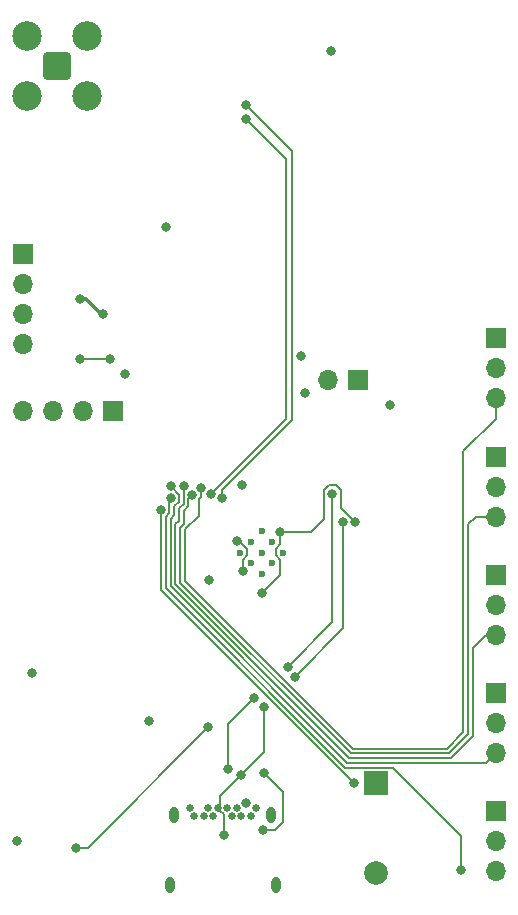
<source format=gbr>
%TF.GenerationSoftware,KiCad,Pcbnew,(6.0.7)*%
%TF.CreationDate,2022-09-28T03:26:44-04:00*%
%TF.ProjectId,picopilotv1,7069636f-7069-46c6-9f74-76312e6b6963,rev?*%
%TF.SameCoordinates,Original*%
%TF.FileFunction,Copper,L4,Bot*%
%TF.FilePolarity,Positive*%
%FSLAX46Y46*%
G04 Gerber Fmt 4.6, Leading zero omitted, Abs format (unit mm)*
G04 Created by KiCad (PCBNEW (6.0.7)) date 2022-09-28 03:26:44*
%MOMM*%
%LPD*%
G01*
G04 APERTURE LIST*
G04 Aperture macros list*
%AMRoundRect*
0 Rectangle with rounded corners*
0 $1 Rounding radius*
0 $2 $3 $4 $5 $6 $7 $8 $9 X,Y pos of 4 corners*
0 Add a 4 corners polygon primitive as box body*
4,1,4,$2,$3,$4,$5,$6,$7,$8,$9,$2,$3,0*
0 Add four circle primitives for the rounded corners*
1,1,$1+$1,$2,$3*
1,1,$1+$1,$4,$5*
1,1,$1+$1,$6,$7*
1,1,$1+$1,$8,$9*
0 Add four rect primitives between the rounded corners*
20,1,$1+$1,$2,$3,$4,$5,0*
20,1,$1+$1,$4,$5,$6,$7,0*
20,1,$1+$1,$6,$7,$8,$9,0*
20,1,$1+$1,$8,$9,$2,$3,0*%
G04 Aperture macros list end*
%TA.AperFunction,ComponentPad*%
%ADD10R,2.000000X2.000000*%
%TD*%
%TA.AperFunction,ComponentPad*%
%ADD11C,2.000000*%
%TD*%
%TA.AperFunction,ComponentPad*%
%ADD12C,2.500000*%
%TD*%
%TA.AperFunction,ComponentPad*%
%ADD13RoundRect,0.200100X-0.949900X-0.949900X0.949900X-0.949900X0.949900X0.949900X-0.949900X0.949900X0*%
%TD*%
%TA.AperFunction,ComponentPad*%
%ADD14R,1.700000X1.700000*%
%TD*%
%TA.AperFunction,ComponentPad*%
%ADD15O,1.700000X1.700000*%
%TD*%
%TA.AperFunction,ComponentPad*%
%ADD16C,0.650000*%
%TD*%
%TA.AperFunction,ComponentPad*%
%ADD17O,0.800000X1.400000*%
%TD*%
%TA.AperFunction,ComponentPad*%
%ADD18C,0.600000*%
%TD*%
%TA.AperFunction,ViaPad*%
%ADD19C,0.800000*%
%TD*%
%TA.AperFunction,Conductor*%
%ADD20C,0.200000*%
%TD*%
%TA.AperFunction,Conductor*%
%ADD21C,0.300000*%
%TD*%
G04 APERTURE END LIST*
D10*
%TO.P,BZ1,1,-*%
%TO.N,/GPIO11*%
X125700000Y-110800000D03*
D11*
%TO.P,BZ1,2,+*%
%TO.N,GND*%
X125700000Y-118400000D03*
%TD*%
D12*
%TO.P,J4,2,Ext*%
%TO.N,GND*%
X101240000Y-52640000D03*
X101240000Y-47560000D03*
X96160000Y-47560000D03*
X96160000Y-52640000D03*
D13*
%TO.P,J4,1,In*%
%TO.N,Net-(J4-Pad1)*%
X98700000Y-50100000D03*
%TD*%
D14*
%TO.P,J2,1,Pin_1*%
%TO.N,/~{USB_BOOT}*%
X124200000Y-76700000D03*
D15*
%TO.P,J2,2,Pin_2*%
%TO.N,GND*%
X121660000Y-76700000D03*
%TD*%
D14*
%TO.P,P5,1,Pin_1*%
%TO.N,GND*%
X135825000Y-113175000D03*
D15*
%TO.P,P5,2,Pin_2*%
%TO.N,+5V*%
X135825000Y-115715000D03*
%TO.P,P5,3,Pin_3*%
%TO.N,/GPIO10*%
X135825000Y-118255000D03*
%TD*%
D14*
%TO.P,P4,1,Pin_1*%
%TO.N,GND*%
X135825000Y-103175000D03*
D15*
%TO.P,P4,2,Pin_2*%
%TO.N,+5V*%
X135825000Y-105715000D03*
%TO.P,P4,3,Pin_3*%
%TO.N,/GPIO9*%
X135825000Y-108255000D03*
%TD*%
D14*
%TO.P,P2,1,Pin_1*%
%TO.N,GND*%
X135825000Y-83175000D03*
D15*
%TO.P,P2,2,Pin_2*%
%TO.N,+5V*%
X135825000Y-85715000D03*
%TO.P,P2,3,Pin_3*%
%TO.N,/GPIO7*%
X135825000Y-88255000D03*
%TD*%
D14*
%TO.P,P1,1,Pin_1*%
%TO.N,GND*%
X135825000Y-73175000D03*
D15*
%TO.P,P1,2,Pin_2*%
%TO.N,+5V*%
X135825000Y-75715000D03*
%TO.P,P1,3,Pin_3*%
%TO.N,/GPIO6*%
X135825000Y-78255000D03*
%TD*%
D14*
%TO.P,P3,1,Pin_1*%
%TO.N,GND*%
X135825000Y-93175000D03*
D15*
%TO.P,P3,2,Pin_2*%
%TO.N,+5V*%
X135825000Y-95715000D03*
%TO.P,P3,3,Pin_3*%
%TO.N,/GPIO8*%
X135825000Y-98255000D03*
%TD*%
D14*
%TO.P,J5,1,Pin_1*%
%TO.N,/GPIO0*%
X95825000Y-66000000D03*
D15*
%TO.P,J5,2,Pin_2*%
%TO.N,/GPIO1*%
X95825000Y-68540000D03*
%TO.P,J5,3,Pin_3*%
%TO.N,+3V3*%
X95825000Y-71080000D03*
%TO.P,J5,4,Pin_4*%
%TO.N,GND*%
X95825000Y-73620000D03*
%TD*%
D14*
%TO.P,J1,1,Pin_1*%
%TO.N,/GPIO12*%
X103400000Y-79325000D03*
D15*
%TO.P,J1,2,Pin_2*%
%TO.N,/GPIO13*%
X100860000Y-79325000D03*
%TO.P,J1,3,Pin_3*%
%TO.N,+5V*%
X98320000Y-79325000D03*
%TO.P,J1,4,Pin_4*%
%TO.N,GND*%
X95780000Y-79325000D03*
%TD*%
D16*
%TO.P,J3,B1,GND*%
%TO.N,GND*%
X115500000Y-112890000D03*
%TO.P,J3,B2*%
%TO.N,N/C*%
X115100000Y-113590000D03*
%TO.P,J3,B3*%
X114300000Y-113590000D03*
%TO.P,J3,B4,VBUS*%
%TO.N,VBUS*%
X113900000Y-112890000D03*
%TO.P,J3,B5,CC2*%
%TO.N,Net-(R14-Pad1)*%
X113500000Y-113590000D03*
%TO.P,J3,B6,D+*%
%TO.N,/USB_D+*%
X113100000Y-112890000D03*
%TO.P,J3,B7,D-*%
%TO.N,/USB_D-*%
X112300000Y-112890000D03*
%TO.P,J3,B8,SBU2*%
%TO.N,unconnected-(J3-PadB8)*%
X111900000Y-113590000D03*
%TO.P,J3,B9,VBUS*%
%TO.N,VBUS*%
X111500000Y-112890000D03*
%TO.P,J3,B10*%
%TO.N,N/C*%
X111100000Y-113590000D03*
%TO.P,J3,B11*%
X110300000Y-113590000D03*
%TO.P,J3,B12,GND*%
%TO.N,GND*%
X109900000Y-112890000D03*
D17*
%TO.P,J3,S1,SHIELD*%
X117190000Y-119440000D03*
X116830000Y-113490000D03*
X108210000Y-119440000D03*
X108570000Y-113490000D03*
%TD*%
D18*
%TO.P,U3,57,GND*%
%TO.N,GND*%
X116000000Y-89496878D03*
X116901561Y-90398439D03*
X117803122Y-91300000D03*
X115098439Y-90398439D03*
X116000000Y-91300000D03*
X116901561Y-92201561D03*
X114196878Y-91300000D03*
X115098439Y-92201561D03*
X116000000Y-93103122D03*
%TD*%
D19*
%TO.N,VBUS*%
X114649552Y-112527450D03*
%TO.N,+1V1*%
X123899503Y-88700000D03*
%TO.N,+3V3*%
X114350256Y-85549744D03*
%TO.N,GND*%
X107900000Y-63700000D03*
%TO.N,+3V3*%
X121900000Y-48800000D03*
X104405176Y-76170349D03*
X119300000Y-74700000D03*
X126900000Y-78800000D03*
%TO.N,GND*%
X119700000Y-77800000D03*
X106500000Y-105600000D03*
X111588987Y-93588987D03*
X96600000Y-101500000D03*
%TO.N,+5V*%
X95300000Y-115700000D03*
%TO.N,+1V1*%
X117600000Y-89600000D03*
X116018515Y-94697728D03*
%TO.N,+3V3*%
X113894718Y-90294718D03*
X114400000Y-92900000D03*
%TO.N,/USB_D-*%
X118800000Y-101800000D03*
X122900000Y-88700000D03*
X116200000Y-104400000D03*
X114300000Y-110100000D03*
X112800000Y-115200000D03*
%TO.N,Net-(R14-Pad1)*%
X116200000Y-110000000D03*
X116100000Y-114800000D03*
%TO.N,/USB_D+*%
X118200000Y-101000000D03*
X115400000Y-103600000D03*
X122000000Y-86300000D03*
X113200000Y-109600000D03*
%TO.N,VBUS*%
X111500000Y-106100000D03*
X100300000Y-116300000D03*
%TO.N,GND*%
X102599500Y-71100000D03*
X100600000Y-69800000D03*
%TO.N,Net-(C19-Pad1)*%
X100600000Y-74900000D03*
X103167413Y-74932587D03*
%TO.N,/GPIO4*%
X114700000Y-53400000D03*
X112686044Y-86713956D03*
%TO.N,/GPIO5*%
X114700000Y-54600000D03*
X111753201Y-86346799D03*
%TO.N,/GPIO6*%
X110905848Y-85795535D03*
%TO.N,/GPIO7*%
X110111427Y-86402083D03*
%TO.N,/GPIO8*%
X109400000Y-85700000D03*
%TO.N,/GPIO9*%
X108300000Y-85700497D03*
%TO.N,/GPIO10*%
X132900000Y-118200000D03*
X108300000Y-86700000D03*
%TO.N,/GPIO11*%
X107500000Y-87700000D03*
X123800000Y-110800000D03*
%TD*%
D20*
%TO.N,+1V1*%
X122699503Y-87500000D02*
X123899503Y-88700000D01*
X122699503Y-87400497D02*
X122699503Y-87500000D01*
X122289950Y-85600000D02*
X122700000Y-86010050D01*
X121300000Y-86010050D02*
X121710050Y-85600000D01*
X122700000Y-86010050D02*
X122700000Y-87400000D01*
X121300000Y-88500000D02*
X121300000Y-86010050D01*
X122700000Y-87400000D02*
X122699503Y-87400497D01*
X120200000Y-89600000D02*
X121300000Y-88500000D01*
X117600000Y-89600000D02*
X120200000Y-89600000D01*
X121710050Y-85600000D02*
X122289950Y-85600000D01*
%TO.N,+3V3*%
X114094718Y-90294718D02*
X113894718Y-90294718D01*
X114796878Y-90996878D02*
X114094718Y-90294718D01*
X114796878Y-91548529D02*
X114796878Y-90996878D01*
X114400000Y-92900000D02*
X114400000Y-91945407D01*
X114400000Y-91945407D02*
X114796878Y-91548529D01*
%TO.N,/USB_D-*%
X112800000Y-113473884D02*
X112800000Y-115200000D01*
X112475000Y-113148884D02*
X112800000Y-113473884D01*
X114300000Y-110100000D02*
X112475000Y-111925000D01*
X112475000Y-111925000D02*
X112475000Y-113148884D01*
X116200000Y-108200000D02*
X116200000Y-104400000D01*
X114300000Y-110100000D02*
X116200000Y-108200000D01*
%TO.N,/GPIO5*%
X118100000Y-58000000D02*
X114700000Y-54600000D01*
X118100000Y-80000000D02*
X118100000Y-58000000D01*
X111753201Y-86346799D02*
X118100000Y-80000000D01*
%TO.N,/GPIO4*%
X118600000Y-80065686D02*
X118600000Y-57300000D01*
X118600000Y-57300000D02*
X114700000Y-53400000D01*
X112686044Y-86713956D02*
X112686044Y-85979642D01*
X112686044Y-85979642D02*
X118600000Y-80065686D01*
%TO.N,+1V1*%
X117203122Y-91548529D02*
X117203122Y-90996878D01*
X117203122Y-90996878D02*
X117600000Y-90600000D01*
X117554593Y-91900000D02*
X117203122Y-91548529D01*
X117554593Y-93161650D02*
X117554593Y-91900000D01*
X116018515Y-94697728D02*
X117554593Y-93161650D01*
X117600000Y-90600000D02*
X117600000Y-89600000D01*
%TO.N,/USB_D-*%
X122900000Y-97700000D02*
X122900000Y-88700000D01*
X118800000Y-101800000D02*
X122900000Y-97700000D01*
%TO.N,Net-(R14-Pad1)*%
X117100000Y-114800000D02*
X117800000Y-114100000D01*
X117800000Y-111600000D02*
X116200000Y-110000000D01*
X117800000Y-114100000D02*
X117800000Y-111600000D01*
X116100000Y-114800000D02*
X117100000Y-114800000D01*
%TO.N,/USB_D+*%
X113200000Y-105800000D02*
X115400000Y-103600000D01*
X122000000Y-97200000D02*
X122000000Y-86300000D01*
X118200000Y-101000000D02*
X122000000Y-97200000D01*
X113200000Y-109600000D02*
X113200000Y-105800000D01*
%TO.N,VBUS*%
X100300000Y-116300000D02*
X101300000Y-116300000D01*
X101300000Y-116300000D02*
X111500000Y-106100000D01*
D21*
%TO.N,GND*%
X101100000Y-69800000D02*
X100600000Y-69800000D01*
X102400000Y-71100000D02*
X101100000Y-69800000D01*
X102599500Y-71100000D02*
X102400000Y-71100000D01*
D20*
%TO.N,Net-(C19-Pad1)*%
X103134826Y-74900000D02*
X100600000Y-74900000D01*
X103167413Y-74932587D02*
X103134826Y-74900000D01*
%TO.N,/GPIO6*%
X135825000Y-79975000D02*
X135825000Y-78255000D01*
X133084314Y-82715686D02*
X135825000Y-79975000D01*
X133084314Y-106484314D02*
X133084314Y-82715686D01*
X131668628Y-107900000D02*
X133084314Y-106484314D01*
X123728430Y-107900000D02*
X131668628Y-107900000D01*
X109532843Y-93704413D02*
X123728430Y-107900000D01*
X109532843Y-89332843D02*
X109532843Y-93704413D01*
X110700000Y-88165686D02*
X109532843Y-89332843D01*
X110700000Y-86800000D02*
X110700000Y-88165686D01*
X110905848Y-86594152D02*
X110700000Y-86800000D01*
X110905848Y-85795535D02*
X110905848Y-86594152D01*
%TO.N,/GPIO7*%
X134145000Y-88255000D02*
X135825000Y-88255000D01*
X133500000Y-88900000D02*
X134145000Y-88255000D01*
X133500000Y-106634314D02*
X133500000Y-88900000D01*
X131834314Y-108300000D02*
X133500000Y-106634314D01*
X123562744Y-108300000D02*
X131834314Y-108300000D01*
X109100000Y-93837256D02*
X123562744Y-108300000D01*
X109400000Y-88900000D02*
X109100000Y-89200000D01*
X109400000Y-87800000D02*
X109400000Y-88900000D01*
X109800000Y-87400000D02*
X109400000Y-87800000D01*
X109800000Y-86713510D02*
X109800000Y-87400000D01*
X110111427Y-86402083D02*
X109800000Y-86713510D01*
X109100000Y-89200000D02*
X109100000Y-93837256D01*
%TO.N,/GPIO8*%
X135045000Y-98255000D02*
X135825000Y-98255000D01*
X133900000Y-106800000D02*
X133900000Y-99400000D01*
X132000000Y-108700000D02*
X133900000Y-106800000D01*
X109000000Y-87555635D02*
X109000000Y-88600000D01*
X109000000Y-88600000D02*
X108700000Y-88900000D01*
X108700000Y-94002942D02*
X123397058Y-108700000D01*
X109400000Y-87155636D02*
X109000000Y-87555635D01*
X108700000Y-88900000D02*
X108700000Y-94002942D01*
X109400000Y-85700000D02*
X109400000Y-87155636D01*
X133900000Y-99400000D02*
X135045000Y-98255000D01*
X123397058Y-108700000D02*
X132000000Y-108700000D01*
%TO.N,/GPIO10*%
X127100000Y-109500000D02*
X132900000Y-115300000D01*
X107900000Y-88289950D02*
X107900000Y-94334314D01*
X108200000Y-87989950D02*
X107900000Y-88289950D01*
X132900000Y-115300000D02*
X132900000Y-118200000D01*
X108200000Y-86800000D02*
X108200000Y-87989950D01*
X108300000Y-86700000D02*
X108200000Y-86800000D01*
X107900000Y-94334314D02*
X123065686Y-109500000D01*
X123065686Y-109500000D02*
X127100000Y-109500000D01*
%TO.N,/GPIO9*%
X134980000Y-109100000D02*
X135825000Y-108255000D01*
X108600000Y-88155636D02*
X108300000Y-88455636D01*
X108600000Y-87389950D02*
X108600000Y-88155636D01*
X108300000Y-88455636D02*
X108300000Y-94168628D01*
X108300000Y-94168628D02*
X123231372Y-109100000D01*
X109000000Y-86989950D02*
X108600000Y-87389950D01*
X109000000Y-86400497D02*
X109000000Y-86989950D01*
X108300000Y-85700497D02*
X109000000Y-86400497D01*
X123231372Y-109100000D02*
X134980000Y-109100000D01*
%TO.N,/GPIO11*%
X107500000Y-94500000D02*
X107500000Y-87700000D01*
X123800000Y-110800000D02*
X107500000Y-94500000D01*
%TD*%
M02*

</source>
